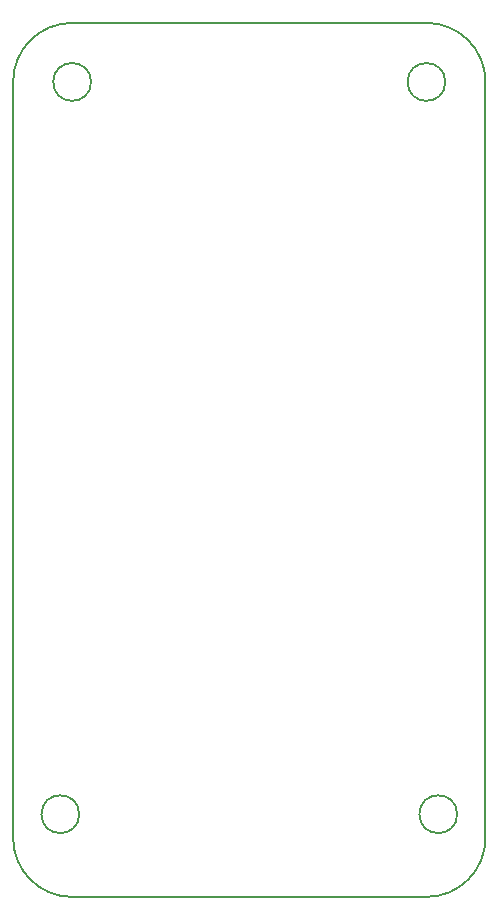
<source format=gbr>
%TF.GenerationSoftware,KiCad,Pcbnew,(6.0.10)*%
%TF.CreationDate,2023-02-16T14:40:38+00:00*%
%TF.ProjectId,Supplytest,53757070-6c79-4746-9573-742e6b696361,rev?*%
%TF.SameCoordinates,Original*%
%TF.FileFunction,Profile,NP*%
%FSLAX46Y46*%
G04 Gerber Fmt 4.6, Leading zero omitted, Abs format (unit mm)*
G04 Created by KiCad (PCBNEW (6.0.10)) date 2023-02-16 14:40:38*
%MOMM*%
%LPD*%
G01*
G04 APERTURE LIST*
%TA.AperFunction,Profile*%
%ADD10C,0.200000*%
%TD*%
G04 APERTURE END LIST*
D10*
X192870000Y-123820000D02*
G75*
G03*
X192870000Y-123820000I-1600000J0D01*
G01*
X224870000Y-123820000D02*
G75*
G03*
X224870000Y-123820000I-1600000J0D01*
G01*
X223870000Y-61820000D02*
G75*
G03*
X223870000Y-61820000I-1600000J0D01*
G01*
X193870000Y-61820000D02*
G75*
G03*
X193870000Y-61820000I-1600000J0D01*
G01*
X187270000Y-125820000D02*
G75*
G03*
X192270000Y-130820000I5000000J0D01*
G01*
X187270000Y-61820000D02*
X187270000Y-125820000D01*
X192270000Y-56820000D02*
G75*
G03*
X187270000Y-61820000I0J-5000000D01*
G01*
X222270000Y-56820000D02*
X192270000Y-56820000D01*
X227270000Y-61820000D02*
G75*
G03*
X222270000Y-56820000I-5000000J0D01*
G01*
X227270000Y-125820000D02*
X227270000Y-61820000D01*
X222270000Y-130820000D02*
G75*
G03*
X227270000Y-125820000I0J5000000D01*
G01*
X192270000Y-130820000D02*
X222270000Y-130820000D01*
M02*

</source>
